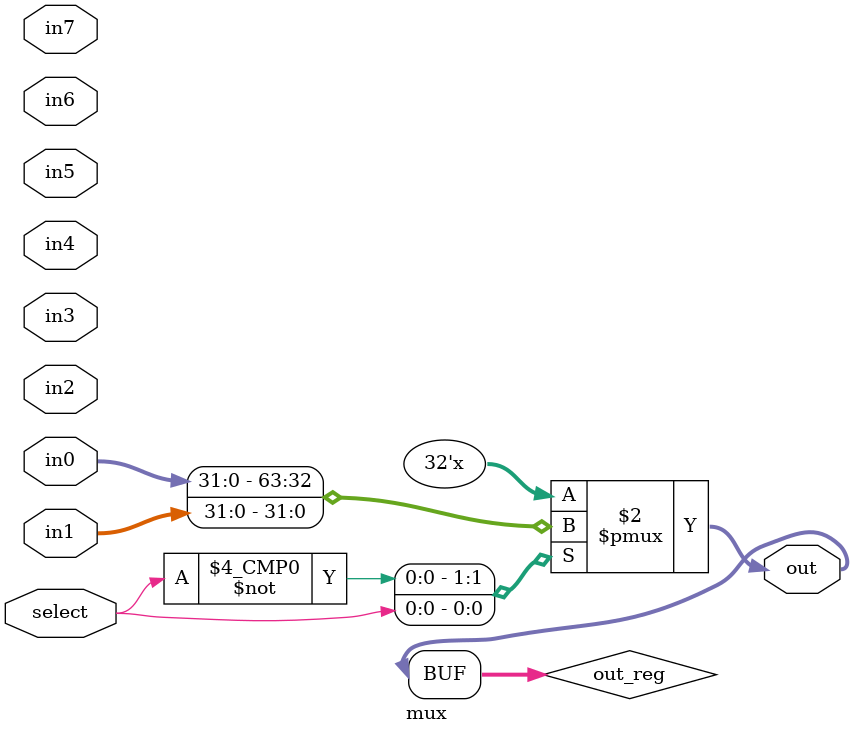
<source format=v>
module mux #(
    parameter N = 2,
    parameter WIDTH = 32
) (
    input [$clog2(N)-1:0] select,
    input [WIDTH-1:0] in0, 
    input [WIDTH-1:0] in1, 
    input [WIDTH-1:0] in2,
    input [WIDTH-1:0] in3,
    input [WIDTH-1:0] in4, 
    input [WIDTH-1:0] in5, 
    input [WIDTH-1:0] in6,
    input [WIDTH-1:0] in7,
    output [WIDTH-1:0] out
    );
    // Multi-input multiplexer
    reg [WIDTH-1:0] out_reg;
    assign out = out_reg;
    
    always @(*) begin
        case(select)
            'd0: out_reg = in0;
            'd1: out_reg = in1;
            'd2: out_reg = in2;
            'd3: out_reg = in3;
            'd4: out_reg = in4;
            'd5: out_reg = in5;
            'd6: out_reg = in6;
            'd7: out_reg = in7;
        endcase
    end
endmodule
</source>
